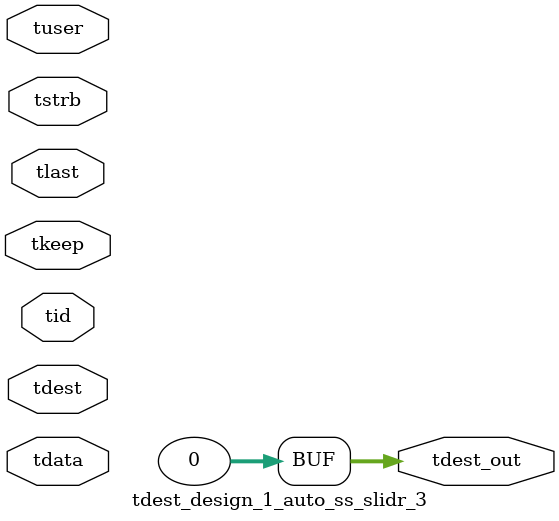
<source format=v>


`timescale 1ps/1ps

module tdest_design_1_auto_ss_slidr_3 #
(
parameter C_S_AXIS_TDATA_WIDTH = 32,
parameter C_S_AXIS_TUSER_WIDTH = 0,
parameter C_S_AXIS_TID_WIDTH   = 0,
parameter C_S_AXIS_TDEST_WIDTH = 0,
parameter C_M_AXIS_TDEST_WIDTH = 32
)
(
input  [(C_S_AXIS_TDATA_WIDTH == 0 ? 1 : C_S_AXIS_TDATA_WIDTH)-1:0     ] tdata,
input  [(C_S_AXIS_TUSER_WIDTH == 0 ? 1 : C_S_AXIS_TUSER_WIDTH)-1:0     ] tuser,
input  [(C_S_AXIS_TID_WIDTH   == 0 ? 1 : C_S_AXIS_TID_WIDTH)-1:0       ] tid,
input  [(C_S_AXIS_TDEST_WIDTH == 0 ? 1 : C_S_AXIS_TDEST_WIDTH)-1:0     ] tdest,
input  [(C_S_AXIS_TDATA_WIDTH/8)-1:0 ] tkeep,
input  [(C_S_AXIS_TDATA_WIDTH/8)-1:0 ] tstrb,
input                                                                    tlast,
output [C_M_AXIS_TDEST_WIDTH-1:0] tdest_out
);

assign tdest_out = {1'b0};

endmodule


</source>
